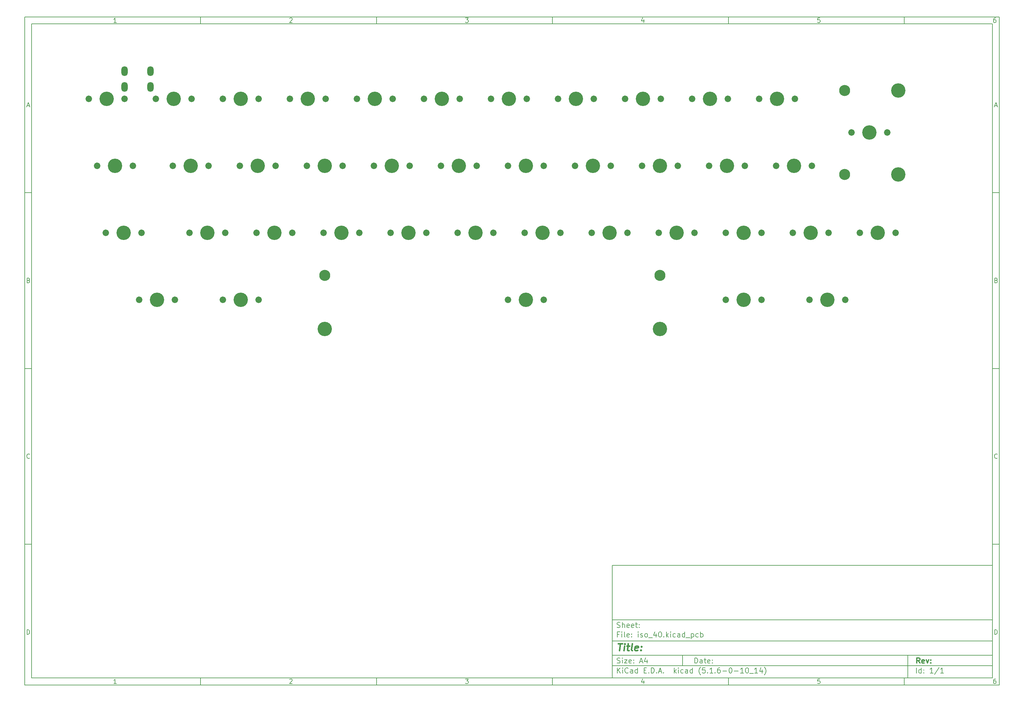
<source format=gts>
%TF.GenerationSoftware,KiCad,Pcbnew,(5.1.6-0-10_14)*%
%TF.CreationDate,2020-07-22T14:13:02+10:00*%
%TF.ProjectId,iso_40,69736f5f-3430-42e6-9b69-6361645f7063,rev?*%
%TF.SameCoordinates,Original*%
%TF.FileFunction,Soldermask,Top*%
%TF.FilePolarity,Negative*%
%FSLAX46Y46*%
G04 Gerber Fmt 4.6, Leading zero omitted, Abs format (unit mm)*
G04 Created by KiCad (PCBNEW (5.1.6-0-10_14)) date 2020-07-22 14:13:02*
%MOMM*%
%LPD*%
G01*
G04 APERTURE LIST*
%ADD10C,0.100000*%
%ADD11C,0.150000*%
%ADD12C,0.300000*%
%ADD13C,0.400000*%
%ADD14C,4.087800*%
%ADD15C,1.850000*%
%ADD16O,1.800000X2.800000*%
%ADD17C,3.148000*%
G04 APERTURE END LIST*
D10*
D11*
X177002200Y-166007200D02*
X177002200Y-198007200D01*
X285002200Y-198007200D01*
X285002200Y-166007200D01*
X177002200Y-166007200D01*
D10*
D11*
X10000000Y-10000000D02*
X10000000Y-200007200D01*
X287002200Y-200007200D01*
X287002200Y-10000000D01*
X10000000Y-10000000D01*
D10*
D11*
X12000000Y-12000000D02*
X12000000Y-198007200D01*
X285002200Y-198007200D01*
X285002200Y-12000000D01*
X12000000Y-12000000D01*
D10*
D11*
X60000000Y-12000000D02*
X60000000Y-10000000D01*
D10*
D11*
X110000000Y-12000000D02*
X110000000Y-10000000D01*
D10*
D11*
X160000000Y-12000000D02*
X160000000Y-10000000D01*
D10*
D11*
X210000000Y-12000000D02*
X210000000Y-10000000D01*
D10*
D11*
X260000000Y-12000000D02*
X260000000Y-10000000D01*
D10*
D11*
X36065476Y-11588095D02*
X35322619Y-11588095D01*
X35694047Y-11588095D02*
X35694047Y-10288095D01*
X35570238Y-10473809D01*
X35446428Y-10597619D01*
X35322619Y-10659523D01*
D10*
D11*
X85322619Y-10411904D02*
X85384523Y-10350000D01*
X85508333Y-10288095D01*
X85817857Y-10288095D01*
X85941666Y-10350000D01*
X86003571Y-10411904D01*
X86065476Y-10535714D01*
X86065476Y-10659523D01*
X86003571Y-10845238D01*
X85260714Y-11588095D01*
X86065476Y-11588095D01*
D10*
D11*
X135260714Y-10288095D02*
X136065476Y-10288095D01*
X135632142Y-10783333D01*
X135817857Y-10783333D01*
X135941666Y-10845238D01*
X136003571Y-10907142D01*
X136065476Y-11030952D01*
X136065476Y-11340476D01*
X136003571Y-11464285D01*
X135941666Y-11526190D01*
X135817857Y-11588095D01*
X135446428Y-11588095D01*
X135322619Y-11526190D01*
X135260714Y-11464285D01*
D10*
D11*
X185941666Y-10721428D02*
X185941666Y-11588095D01*
X185632142Y-10226190D02*
X185322619Y-11154761D01*
X186127380Y-11154761D01*
D10*
D11*
X236003571Y-10288095D02*
X235384523Y-10288095D01*
X235322619Y-10907142D01*
X235384523Y-10845238D01*
X235508333Y-10783333D01*
X235817857Y-10783333D01*
X235941666Y-10845238D01*
X236003571Y-10907142D01*
X236065476Y-11030952D01*
X236065476Y-11340476D01*
X236003571Y-11464285D01*
X235941666Y-11526190D01*
X235817857Y-11588095D01*
X235508333Y-11588095D01*
X235384523Y-11526190D01*
X235322619Y-11464285D01*
D10*
D11*
X285941666Y-10288095D02*
X285694047Y-10288095D01*
X285570238Y-10350000D01*
X285508333Y-10411904D01*
X285384523Y-10597619D01*
X285322619Y-10845238D01*
X285322619Y-11340476D01*
X285384523Y-11464285D01*
X285446428Y-11526190D01*
X285570238Y-11588095D01*
X285817857Y-11588095D01*
X285941666Y-11526190D01*
X286003571Y-11464285D01*
X286065476Y-11340476D01*
X286065476Y-11030952D01*
X286003571Y-10907142D01*
X285941666Y-10845238D01*
X285817857Y-10783333D01*
X285570238Y-10783333D01*
X285446428Y-10845238D01*
X285384523Y-10907142D01*
X285322619Y-11030952D01*
D10*
D11*
X60000000Y-198007200D02*
X60000000Y-200007200D01*
D10*
D11*
X110000000Y-198007200D02*
X110000000Y-200007200D01*
D10*
D11*
X160000000Y-198007200D02*
X160000000Y-200007200D01*
D10*
D11*
X210000000Y-198007200D02*
X210000000Y-200007200D01*
D10*
D11*
X260000000Y-198007200D02*
X260000000Y-200007200D01*
D10*
D11*
X36065476Y-199595295D02*
X35322619Y-199595295D01*
X35694047Y-199595295D02*
X35694047Y-198295295D01*
X35570238Y-198481009D01*
X35446428Y-198604819D01*
X35322619Y-198666723D01*
D10*
D11*
X85322619Y-198419104D02*
X85384523Y-198357200D01*
X85508333Y-198295295D01*
X85817857Y-198295295D01*
X85941666Y-198357200D01*
X86003571Y-198419104D01*
X86065476Y-198542914D01*
X86065476Y-198666723D01*
X86003571Y-198852438D01*
X85260714Y-199595295D01*
X86065476Y-199595295D01*
D10*
D11*
X135260714Y-198295295D02*
X136065476Y-198295295D01*
X135632142Y-198790533D01*
X135817857Y-198790533D01*
X135941666Y-198852438D01*
X136003571Y-198914342D01*
X136065476Y-199038152D01*
X136065476Y-199347676D01*
X136003571Y-199471485D01*
X135941666Y-199533390D01*
X135817857Y-199595295D01*
X135446428Y-199595295D01*
X135322619Y-199533390D01*
X135260714Y-199471485D01*
D10*
D11*
X185941666Y-198728628D02*
X185941666Y-199595295D01*
X185632142Y-198233390D02*
X185322619Y-199161961D01*
X186127380Y-199161961D01*
D10*
D11*
X236003571Y-198295295D02*
X235384523Y-198295295D01*
X235322619Y-198914342D01*
X235384523Y-198852438D01*
X235508333Y-198790533D01*
X235817857Y-198790533D01*
X235941666Y-198852438D01*
X236003571Y-198914342D01*
X236065476Y-199038152D01*
X236065476Y-199347676D01*
X236003571Y-199471485D01*
X235941666Y-199533390D01*
X235817857Y-199595295D01*
X235508333Y-199595295D01*
X235384523Y-199533390D01*
X235322619Y-199471485D01*
D10*
D11*
X285941666Y-198295295D02*
X285694047Y-198295295D01*
X285570238Y-198357200D01*
X285508333Y-198419104D01*
X285384523Y-198604819D01*
X285322619Y-198852438D01*
X285322619Y-199347676D01*
X285384523Y-199471485D01*
X285446428Y-199533390D01*
X285570238Y-199595295D01*
X285817857Y-199595295D01*
X285941666Y-199533390D01*
X286003571Y-199471485D01*
X286065476Y-199347676D01*
X286065476Y-199038152D01*
X286003571Y-198914342D01*
X285941666Y-198852438D01*
X285817857Y-198790533D01*
X285570238Y-198790533D01*
X285446428Y-198852438D01*
X285384523Y-198914342D01*
X285322619Y-199038152D01*
D10*
D11*
X10000000Y-60000000D02*
X12000000Y-60000000D01*
D10*
D11*
X10000000Y-110000000D02*
X12000000Y-110000000D01*
D10*
D11*
X10000000Y-160000000D02*
X12000000Y-160000000D01*
D10*
D11*
X10690476Y-35216666D02*
X11309523Y-35216666D01*
X10566666Y-35588095D02*
X11000000Y-34288095D01*
X11433333Y-35588095D01*
D10*
D11*
X11092857Y-84907142D02*
X11278571Y-84969047D01*
X11340476Y-85030952D01*
X11402380Y-85154761D01*
X11402380Y-85340476D01*
X11340476Y-85464285D01*
X11278571Y-85526190D01*
X11154761Y-85588095D01*
X10659523Y-85588095D01*
X10659523Y-84288095D01*
X11092857Y-84288095D01*
X11216666Y-84350000D01*
X11278571Y-84411904D01*
X11340476Y-84535714D01*
X11340476Y-84659523D01*
X11278571Y-84783333D01*
X11216666Y-84845238D01*
X11092857Y-84907142D01*
X10659523Y-84907142D01*
D10*
D11*
X11402380Y-135464285D02*
X11340476Y-135526190D01*
X11154761Y-135588095D01*
X11030952Y-135588095D01*
X10845238Y-135526190D01*
X10721428Y-135402380D01*
X10659523Y-135278571D01*
X10597619Y-135030952D01*
X10597619Y-134845238D01*
X10659523Y-134597619D01*
X10721428Y-134473809D01*
X10845238Y-134350000D01*
X11030952Y-134288095D01*
X11154761Y-134288095D01*
X11340476Y-134350000D01*
X11402380Y-134411904D01*
D10*
D11*
X10659523Y-185588095D02*
X10659523Y-184288095D01*
X10969047Y-184288095D01*
X11154761Y-184350000D01*
X11278571Y-184473809D01*
X11340476Y-184597619D01*
X11402380Y-184845238D01*
X11402380Y-185030952D01*
X11340476Y-185278571D01*
X11278571Y-185402380D01*
X11154761Y-185526190D01*
X10969047Y-185588095D01*
X10659523Y-185588095D01*
D10*
D11*
X287002200Y-60000000D02*
X285002200Y-60000000D01*
D10*
D11*
X287002200Y-110000000D02*
X285002200Y-110000000D01*
D10*
D11*
X287002200Y-160000000D02*
X285002200Y-160000000D01*
D10*
D11*
X285692676Y-35216666D02*
X286311723Y-35216666D01*
X285568866Y-35588095D02*
X286002200Y-34288095D01*
X286435533Y-35588095D01*
D10*
D11*
X286095057Y-84907142D02*
X286280771Y-84969047D01*
X286342676Y-85030952D01*
X286404580Y-85154761D01*
X286404580Y-85340476D01*
X286342676Y-85464285D01*
X286280771Y-85526190D01*
X286156961Y-85588095D01*
X285661723Y-85588095D01*
X285661723Y-84288095D01*
X286095057Y-84288095D01*
X286218866Y-84350000D01*
X286280771Y-84411904D01*
X286342676Y-84535714D01*
X286342676Y-84659523D01*
X286280771Y-84783333D01*
X286218866Y-84845238D01*
X286095057Y-84907142D01*
X285661723Y-84907142D01*
D10*
D11*
X286404580Y-135464285D02*
X286342676Y-135526190D01*
X286156961Y-135588095D01*
X286033152Y-135588095D01*
X285847438Y-135526190D01*
X285723628Y-135402380D01*
X285661723Y-135278571D01*
X285599819Y-135030952D01*
X285599819Y-134845238D01*
X285661723Y-134597619D01*
X285723628Y-134473809D01*
X285847438Y-134350000D01*
X286033152Y-134288095D01*
X286156961Y-134288095D01*
X286342676Y-134350000D01*
X286404580Y-134411904D01*
D10*
D11*
X285661723Y-185588095D02*
X285661723Y-184288095D01*
X285971247Y-184288095D01*
X286156961Y-184350000D01*
X286280771Y-184473809D01*
X286342676Y-184597619D01*
X286404580Y-184845238D01*
X286404580Y-185030952D01*
X286342676Y-185278571D01*
X286280771Y-185402380D01*
X286156961Y-185526190D01*
X285971247Y-185588095D01*
X285661723Y-185588095D01*
D10*
D11*
X200434342Y-193785771D02*
X200434342Y-192285771D01*
X200791485Y-192285771D01*
X201005771Y-192357200D01*
X201148628Y-192500057D01*
X201220057Y-192642914D01*
X201291485Y-192928628D01*
X201291485Y-193142914D01*
X201220057Y-193428628D01*
X201148628Y-193571485D01*
X201005771Y-193714342D01*
X200791485Y-193785771D01*
X200434342Y-193785771D01*
X202577200Y-193785771D02*
X202577200Y-193000057D01*
X202505771Y-192857200D01*
X202362914Y-192785771D01*
X202077200Y-192785771D01*
X201934342Y-192857200D01*
X202577200Y-193714342D02*
X202434342Y-193785771D01*
X202077200Y-193785771D01*
X201934342Y-193714342D01*
X201862914Y-193571485D01*
X201862914Y-193428628D01*
X201934342Y-193285771D01*
X202077200Y-193214342D01*
X202434342Y-193214342D01*
X202577200Y-193142914D01*
X203077200Y-192785771D02*
X203648628Y-192785771D01*
X203291485Y-192285771D02*
X203291485Y-193571485D01*
X203362914Y-193714342D01*
X203505771Y-193785771D01*
X203648628Y-193785771D01*
X204720057Y-193714342D02*
X204577200Y-193785771D01*
X204291485Y-193785771D01*
X204148628Y-193714342D01*
X204077200Y-193571485D01*
X204077200Y-193000057D01*
X204148628Y-192857200D01*
X204291485Y-192785771D01*
X204577200Y-192785771D01*
X204720057Y-192857200D01*
X204791485Y-193000057D01*
X204791485Y-193142914D01*
X204077200Y-193285771D01*
X205434342Y-193642914D02*
X205505771Y-193714342D01*
X205434342Y-193785771D01*
X205362914Y-193714342D01*
X205434342Y-193642914D01*
X205434342Y-193785771D01*
X205434342Y-192857200D02*
X205505771Y-192928628D01*
X205434342Y-193000057D01*
X205362914Y-192928628D01*
X205434342Y-192857200D01*
X205434342Y-193000057D01*
D10*
D11*
X177002200Y-194507200D02*
X285002200Y-194507200D01*
D10*
D11*
X178434342Y-196585771D02*
X178434342Y-195085771D01*
X179291485Y-196585771D02*
X178648628Y-195728628D01*
X179291485Y-195085771D02*
X178434342Y-195942914D01*
X179934342Y-196585771D02*
X179934342Y-195585771D01*
X179934342Y-195085771D02*
X179862914Y-195157200D01*
X179934342Y-195228628D01*
X180005771Y-195157200D01*
X179934342Y-195085771D01*
X179934342Y-195228628D01*
X181505771Y-196442914D02*
X181434342Y-196514342D01*
X181220057Y-196585771D01*
X181077200Y-196585771D01*
X180862914Y-196514342D01*
X180720057Y-196371485D01*
X180648628Y-196228628D01*
X180577200Y-195942914D01*
X180577200Y-195728628D01*
X180648628Y-195442914D01*
X180720057Y-195300057D01*
X180862914Y-195157200D01*
X181077200Y-195085771D01*
X181220057Y-195085771D01*
X181434342Y-195157200D01*
X181505771Y-195228628D01*
X182791485Y-196585771D02*
X182791485Y-195800057D01*
X182720057Y-195657200D01*
X182577200Y-195585771D01*
X182291485Y-195585771D01*
X182148628Y-195657200D01*
X182791485Y-196514342D02*
X182648628Y-196585771D01*
X182291485Y-196585771D01*
X182148628Y-196514342D01*
X182077200Y-196371485D01*
X182077200Y-196228628D01*
X182148628Y-196085771D01*
X182291485Y-196014342D01*
X182648628Y-196014342D01*
X182791485Y-195942914D01*
X184148628Y-196585771D02*
X184148628Y-195085771D01*
X184148628Y-196514342D02*
X184005771Y-196585771D01*
X183720057Y-196585771D01*
X183577200Y-196514342D01*
X183505771Y-196442914D01*
X183434342Y-196300057D01*
X183434342Y-195871485D01*
X183505771Y-195728628D01*
X183577200Y-195657200D01*
X183720057Y-195585771D01*
X184005771Y-195585771D01*
X184148628Y-195657200D01*
X186005771Y-195800057D02*
X186505771Y-195800057D01*
X186720057Y-196585771D02*
X186005771Y-196585771D01*
X186005771Y-195085771D01*
X186720057Y-195085771D01*
X187362914Y-196442914D02*
X187434342Y-196514342D01*
X187362914Y-196585771D01*
X187291485Y-196514342D01*
X187362914Y-196442914D01*
X187362914Y-196585771D01*
X188077200Y-196585771D02*
X188077200Y-195085771D01*
X188434342Y-195085771D01*
X188648628Y-195157200D01*
X188791485Y-195300057D01*
X188862914Y-195442914D01*
X188934342Y-195728628D01*
X188934342Y-195942914D01*
X188862914Y-196228628D01*
X188791485Y-196371485D01*
X188648628Y-196514342D01*
X188434342Y-196585771D01*
X188077200Y-196585771D01*
X189577200Y-196442914D02*
X189648628Y-196514342D01*
X189577200Y-196585771D01*
X189505771Y-196514342D01*
X189577200Y-196442914D01*
X189577200Y-196585771D01*
X190220057Y-196157200D02*
X190934342Y-196157200D01*
X190077200Y-196585771D02*
X190577200Y-195085771D01*
X191077200Y-196585771D01*
X191577200Y-196442914D02*
X191648628Y-196514342D01*
X191577200Y-196585771D01*
X191505771Y-196514342D01*
X191577200Y-196442914D01*
X191577200Y-196585771D01*
X194577200Y-196585771D02*
X194577200Y-195085771D01*
X194720057Y-196014342D02*
X195148628Y-196585771D01*
X195148628Y-195585771D02*
X194577200Y-196157200D01*
X195791485Y-196585771D02*
X195791485Y-195585771D01*
X195791485Y-195085771D02*
X195720057Y-195157200D01*
X195791485Y-195228628D01*
X195862914Y-195157200D01*
X195791485Y-195085771D01*
X195791485Y-195228628D01*
X197148628Y-196514342D02*
X197005771Y-196585771D01*
X196720057Y-196585771D01*
X196577200Y-196514342D01*
X196505771Y-196442914D01*
X196434342Y-196300057D01*
X196434342Y-195871485D01*
X196505771Y-195728628D01*
X196577200Y-195657200D01*
X196720057Y-195585771D01*
X197005771Y-195585771D01*
X197148628Y-195657200D01*
X198434342Y-196585771D02*
X198434342Y-195800057D01*
X198362914Y-195657200D01*
X198220057Y-195585771D01*
X197934342Y-195585771D01*
X197791485Y-195657200D01*
X198434342Y-196514342D02*
X198291485Y-196585771D01*
X197934342Y-196585771D01*
X197791485Y-196514342D01*
X197720057Y-196371485D01*
X197720057Y-196228628D01*
X197791485Y-196085771D01*
X197934342Y-196014342D01*
X198291485Y-196014342D01*
X198434342Y-195942914D01*
X199791485Y-196585771D02*
X199791485Y-195085771D01*
X199791485Y-196514342D02*
X199648628Y-196585771D01*
X199362914Y-196585771D01*
X199220057Y-196514342D01*
X199148628Y-196442914D01*
X199077200Y-196300057D01*
X199077200Y-195871485D01*
X199148628Y-195728628D01*
X199220057Y-195657200D01*
X199362914Y-195585771D01*
X199648628Y-195585771D01*
X199791485Y-195657200D01*
X202077200Y-197157200D02*
X202005771Y-197085771D01*
X201862914Y-196871485D01*
X201791485Y-196728628D01*
X201720057Y-196514342D01*
X201648628Y-196157200D01*
X201648628Y-195871485D01*
X201720057Y-195514342D01*
X201791485Y-195300057D01*
X201862914Y-195157200D01*
X202005771Y-194942914D01*
X202077200Y-194871485D01*
X203362914Y-195085771D02*
X202648628Y-195085771D01*
X202577200Y-195800057D01*
X202648628Y-195728628D01*
X202791485Y-195657200D01*
X203148628Y-195657200D01*
X203291485Y-195728628D01*
X203362914Y-195800057D01*
X203434342Y-195942914D01*
X203434342Y-196300057D01*
X203362914Y-196442914D01*
X203291485Y-196514342D01*
X203148628Y-196585771D01*
X202791485Y-196585771D01*
X202648628Y-196514342D01*
X202577200Y-196442914D01*
X204077200Y-196442914D02*
X204148628Y-196514342D01*
X204077200Y-196585771D01*
X204005771Y-196514342D01*
X204077200Y-196442914D01*
X204077200Y-196585771D01*
X205577200Y-196585771D02*
X204720057Y-196585771D01*
X205148628Y-196585771D02*
X205148628Y-195085771D01*
X205005771Y-195300057D01*
X204862914Y-195442914D01*
X204720057Y-195514342D01*
X206220057Y-196442914D02*
X206291485Y-196514342D01*
X206220057Y-196585771D01*
X206148628Y-196514342D01*
X206220057Y-196442914D01*
X206220057Y-196585771D01*
X207577200Y-195085771D02*
X207291485Y-195085771D01*
X207148628Y-195157200D01*
X207077200Y-195228628D01*
X206934342Y-195442914D01*
X206862914Y-195728628D01*
X206862914Y-196300057D01*
X206934342Y-196442914D01*
X207005771Y-196514342D01*
X207148628Y-196585771D01*
X207434342Y-196585771D01*
X207577200Y-196514342D01*
X207648628Y-196442914D01*
X207720057Y-196300057D01*
X207720057Y-195942914D01*
X207648628Y-195800057D01*
X207577200Y-195728628D01*
X207434342Y-195657200D01*
X207148628Y-195657200D01*
X207005771Y-195728628D01*
X206934342Y-195800057D01*
X206862914Y-195942914D01*
X208362914Y-196014342D02*
X209505771Y-196014342D01*
X210505771Y-195085771D02*
X210648628Y-195085771D01*
X210791485Y-195157200D01*
X210862914Y-195228628D01*
X210934342Y-195371485D01*
X211005771Y-195657200D01*
X211005771Y-196014342D01*
X210934342Y-196300057D01*
X210862914Y-196442914D01*
X210791485Y-196514342D01*
X210648628Y-196585771D01*
X210505771Y-196585771D01*
X210362914Y-196514342D01*
X210291485Y-196442914D01*
X210220057Y-196300057D01*
X210148628Y-196014342D01*
X210148628Y-195657200D01*
X210220057Y-195371485D01*
X210291485Y-195228628D01*
X210362914Y-195157200D01*
X210505771Y-195085771D01*
X211648628Y-196014342D02*
X212791485Y-196014342D01*
X214291485Y-196585771D02*
X213434342Y-196585771D01*
X213862914Y-196585771D02*
X213862914Y-195085771D01*
X213720057Y-195300057D01*
X213577200Y-195442914D01*
X213434342Y-195514342D01*
X215220057Y-195085771D02*
X215362914Y-195085771D01*
X215505771Y-195157200D01*
X215577200Y-195228628D01*
X215648628Y-195371485D01*
X215720057Y-195657200D01*
X215720057Y-196014342D01*
X215648628Y-196300057D01*
X215577200Y-196442914D01*
X215505771Y-196514342D01*
X215362914Y-196585771D01*
X215220057Y-196585771D01*
X215077200Y-196514342D01*
X215005771Y-196442914D01*
X214934342Y-196300057D01*
X214862914Y-196014342D01*
X214862914Y-195657200D01*
X214934342Y-195371485D01*
X215005771Y-195228628D01*
X215077200Y-195157200D01*
X215220057Y-195085771D01*
X216005771Y-196728628D02*
X217148628Y-196728628D01*
X218291485Y-196585771D02*
X217434342Y-196585771D01*
X217862914Y-196585771D02*
X217862914Y-195085771D01*
X217720057Y-195300057D01*
X217577200Y-195442914D01*
X217434342Y-195514342D01*
X219577200Y-195585771D02*
X219577200Y-196585771D01*
X219220057Y-195014342D02*
X218862914Y-196085771D01*
X219791485Y-196085771D01*
X220220057Y-197157200D02*
X220291485Y-197085771D01*
X220434342Y-196871485D01*
X220505771Y-196728628D01*
X220577200Y-196514342D01*
X220648628Y-196157200D01*
X220648628Y-195871485D01*
X220577200Y-195514342D01*
X220505771Y-195300057D01*
X220434342Y-195157200D01*
X220291485Y-194942914D01*
X220220057Y-194871485D01*
D10*
D11*
X177002200Y-191507200D02*
X285002200Y-191507200D01*
D10*
D12*
X264411485Y-193785771D02*
X263911485Y-193071485D01*
X263554342Y-193785771D02*
X263554342Y-192285771D01*
X264125771Y-192285771D01*
X264268628Y-192357200D01*
X264340057Y-192428628D01*
X264411485Y-192571485D01*
X264411485Y-192785771D01*
X264340057Y-192928628D01*
X264268628Y-193000057D01*
X264125771Y-193071485D01*
X263554342Y-193071485D01*
X265625771Y-193714342D02*
X265482914Y-193785771D01*
X265197200Y-193785771D01*
X265054342Y-193714342D01*
X264982914Y-193571485D01*
X264982914Y-193000057D01*
X265054342Y-192857200D01*
X265197200Y-192785771D01*
X265482914Y-192785771D01*
X265625771Y-192857200D01*
X265697200Y-193000057D01*
X265697200Y-193142914D01*
X264982914Y-193285771D01*
X266197200Y-192785771D02*
X266554342Y-193785771D01*
X266911485Y-192785771D01*
X267482914Y-193642914D02*
X267554342Y-193714342D01*
X267482914Y-193785771D01*
X267411485Y-193714342D01*
X267482914Y-193642914D01*
X267482914Y-193785771D01*
X267482914Y-192857200D02*
X267554342Y-192928628D01*
X267482914Y-193000057D01*
X267411485Y-192928628D01*
X267482914Y-192857200D01*
X267482914Y-193000057D01*
D10*
D11*
X178362914Y-193714342D02*
X178577200Y-193785771D01*
X178934342Y-193785771D01*
X179077200Y-193714342D01*
X179148628Y-193642914D01*
X179220057Y-193500057D01*
X179220057Y-193357200D01*
X179148628Y-193214342D01*
X179077200Y-193142914D01*
X178934342Y-193071485D01*
X178648628Y-193000057D01*
X178505771Y-192928628D01*
X178434342Y-192857200D01*
X178362914Y-192714342D01*
X178362914Y-192571485D01*
X178434342Y-192428628D01*
X178505771Y-192357200D01*
X178648628Y-192285771D01*
X179005771Y-192285771D01*
X179220057Y-192357200D01*
X179862914Y-193785771D02*
X179862914Y-192785771D01*
X179862914Y-192285771D02*
X179791485Y-192357200D01*
X179862914Y-192428628D01*
X179934342Y-192357200D01*
X179862914Y-192285771D01*
X179862914Y-192428628D01*
X180434342Y-192785771D02*
X181220057Y-192785771D01*
X180434342Y-193785771D01*
X181220057Y-193785771D01*
X182362914Y-193714342D02*
X182220057Y-193785771D01*
X181934342Y-193785771D01*
X181791485Y-193714342D01*
X181720057Y-193571485D01*
X181720057Y-193000057D01*
X181791485Y-192857200D01*
X181934342Y-192785771D01*
X182220057Y-192785771D01*
X182362914Y-192857200D01*
X182434342Y-193000057D01*
X182434342Y-193142914D01*
X181720057Y-193285771D01*
X183077200Y-193642914D02*
X183148628Y-193714342D01*
X183077200Y-193785771D01*
X183005771Y-193714342D01*
X183077200Y-193642914D01*
X183077200Y-193785771D01*
X183077200Y-192857200D02*
X183148628Y-192928628D01*
X183077200Y-193000057D01*
X183005771Y-192928628D01*
X183077200Y-192857200D01*
X183077200Y-193000057D01*
X184862914Y-193357200D02*
X185577200Y-193357200D01*
X184720057Y-193785771D02*
X185220057Y-192285771D01*
X185720057Y-193785771D01*
X186862914Y-192785771D02*
X186862914Y-193785771D01*
X186505771Y-192214342D02*
X186148628Y-193285771D01*
X187077200Y-193285771D01*
D10*
D11*
X263434342Y-196585771D02*
X263434342Y-195085771D01*
X264791485Y-196585771D02*
X264791485Y-195085771D01*
X264791485Y-196514342D02*
X264648628Y-196585771D01*
X264362914Y-196585771D01*
X264220057Y-196514342D01*
X264148628Y-196442914D01*
X264077200Y-196300057D01*
X264077200Y-195871485D01*
X264148628Y-195728628D01*
X264220057Y-195657200D01*
X264362914Y-195585771D01*
X264648628Y-195585771D01*
X264791485Y-195657200D01*
X265505771Y-196442914D02*
X265577200Y-196514342D01*
X265505771Y-196585771D01*
X265434342Y-196514342D01*
X265505771Y-196442914D01*
X265505771Y-196585771D01*
X265505771Y-195657200D02*
X265577200Y-195728628D01*
X265505771Y-195800057D01*
X265434342Y-195728628D01*
X265505771Y-195657200D01*
X265505771Y-195800057D01*
X268148628Y-196585771D02*
X267291485Y-196585771D01*
X267720057Y-196585771D02*
X267720057Y-195085771D01*
X267577200Y-195300057D01*
X267434342Y-195442914D01*
X267291485Y-195514342D01*
X269862914Y-195014342D02*
X268577200Y-196942914D01*
X271148628Y-196585771D02*
X270291485Y-196585771D01*
X270720057Y-196585771D02*
X270720057Y-195085771D01*
X270577200Y-195300057D01*
X270434342Y-195442914D01*
X270291485Y-195514342D01*
D10*
D11*
X177002200Y-187507200D02*
X285002200Y-187507200D01*
D10*
D13*
X178714580Y-188211961D02*
X179857438Y-188211961D01*
X179036009Y-190211961D02*
X179286009Y-188211961D01*
X180274104Y-190211961D02*
X180440771Y-188878628D01*
X180524104Y-188211961D02*
X180416961Y-188307200D01*
X180500295Y-188402438D01*
X180607438Y-188307200D01*
X180524104Y-188211961D01*
X180500295Y-188402438D01*
X181107438Y-188878628D02*
X181869342Y-188878628D01*
X181476485Y-188211961D02*
X181262200Y-189926247D01*
X181333628Y-190116723D01*
X181512200Y-190211961D01*
X181702676Y-190211961D01*
X182655057Y-190211961D02*
X182476485Y-190116723D01*
X182405057Y-189926247D01*
X182619342Y-188211961D01*
X184190771Y-190116723D02*
X183988390Y-190211961D01*
X183607438Y-190211961D01*
X183428866Y-190116723D01*
X183357438Y-189926247D01*
X183452676Y-189164342D01*
X183571723Y-188973866D01*
X183774104Y-188878628D01*
X184155057Y-188878628D01*
X184333628Y-188973866D01*
X184405057Y-189164342D01*
X184381247Y-189354819D01*
X183405057Y-189545295D01*
X185155057Y-190021485D02*
X185238390Y-190116723D01*
X185131247Y-190211961D01*
X185047914Y-190116723D01*
X185155057Y-190021485D01*
X185131247Y-190211961D01*
X185286009Y-188973866D02*
X185369342Y-189069104D01*
X185262200Y-189164342D01*
X185178866Y-189069104D01*
X185286009Y-188973866D01*
X185262200Y-189164342D01*
D10*
D11*
X178934342Y-185600057D02*
X178434342Y-185600057D01*
X178434342Y-186385771D02*
X178434342Y-184885771D01*
X179148628Y-184885771D01*
X179720057Y-186385771D02*
X179720057Y-185385771D01*
X179720057Y-184885771D02*
X179648628Y-184957200D01*
X179720057Y-185028628D01*
X179791485Y-184957200D01*
X179720057Y-184885771D01*
X179720057Y-185028628D01*
X180648628Y-186385771D02*
X180505771Y-186314342D01*
X180434342Y-186171485D01*
X180434342Y-184885771D01*
X181791485Y-186314342D02*
X181648628Y-186385771D01*
X181362914Y-186385771D01*
X181220057Y-186314342D01*
X181148628Y-186171485D01*
X181148628Y-185600057D01*
X181220057Y-185457200D01*
X181362914Y-185385771D01*
X181648628Y-185385771D01*
X181791485Y-185457200D01*
X181862914Y-185600057D01*
X181862914Y-185742914D01*
X181148628Y-185885771D01*
X182505771Y-186242914D02*
X182577200Y-186314342D01*
X182505771Y-186385771D01*
X182434342Y-186314342D01*
X182505771Y-186242914D01*
X182505771Y-186385771D01*
X182505771Y-185457200D02*
X182577200Y-185528628D01*
X182505771Y-185600057D01*
X182434342Y-185528628D01*
X182505771Y-185457200D01*
X182505771Y-185600057D01*
X184362914Y-186385771D02*
X184362914Y-185385771D01*
X184362914Y-184885771D02*
X184291485Y-184957200D01*
X184362914Y-185028628D01*
X184434342Y-184957200D01*
X184362914Y-184885771D01*
X184362914Y-185028628D01*
X185005771Y-186314342D02*
X185148628Y-186385771D01*
X185434342Y-186385771D01*
X185577200Y-186314342D01*
X185648628Y-186171485D01*
X185648628Y-186100057D01*
X185577200Y-185957200D01*
X185434342Y-185885771D01*
X185220057Y-185885771D01*
X185077200Y-185814342D01*
X185005771Y-185671485D01*
X185005771Y-185600057D01*
X185077200Y-185457200D01*
X185220057Y-185385771D01*
X185434342Y-185385771D01*
X185577200Y-185457200D01*
X186505771Y-186385771D02*
X186362914Y-186314342D01*
X186291485Y-186242914D01*
X186220057Y-186100057D01*
X186220057Y-185671485D01*
X186291485Y-185528628D01*
X186362914Y-185457200D01*
X186505771Y-185385771D01*
X186720057Y-185385771D01*
X186862914Y-185457200D01*
X186934342Y-185528628D01*
X187005771Y-185671485D01*
X187005771Y-186100057D01*
X186934342Y-186242914D01*
X186862914Y-186314342D01*
X186720057Y-186385771D01*
X186505771Y-186385771D01*
X187291485Y-186528628D02*
X188434342Y-186528628D01*
X189434342Y-185385771D02*
X189434342Y-186385771D01*
X189077200Y-184814342D02*
X188720057Y-185885771D01*
X189648628Y-185885771D01*
X190505771Y-184885771D02*
X190648628Y-184885771D01*
X190791485Y-184957200D01*
X190862914Y-185028628D01*
X190934342Y-185171485D01*
X191005771Y-185457200D01*
X191005771Y-185814342D01*
X190934342Y-186100057D01*
X190862914Y-186242914D01*
X190791485Y-186314342D01*
X190648628Y-186385771D01*
X190505771Y-186385771D01*
X190362914Y-186314342D01*
X190291485Y-186242914D01*
X190220057Y-186100057D01*
X190148628Y-185814342D01*
X190148628Y-185457200D01*
X190220057Y-185171485D01*
X190291485Y-185028628D01*
X190362914Y-184957200D01*
X190505771Y-184885771D01*
X191648628Y-186242914D02*
X191720057Y-186314342D01*
X191648628Y-186385771D01*
X191577200Y-186314342D01*
X191648628Y-186242914D01*
X191648628Y-186385771D01*
X192362914Y-186385771D02*
X192362914Y-184885771D01*
X192505771Y-185814342D02*
X192934342Y-186385771D01*
X192934342Y-185385771D02*
X192362914Y-185957200D01*
X193577200Y-186385771D02*
X193577200Y-185385771D01*
X193577200Y-184885771D02*
X193505771Y-184957200D01*
X193577200Y-185028628D01*
X193648628Y-184957200D01*
X193577200Y-184885771D01*
X193577200Y-185028628D01*
X194934342Y-186314342D02*
X194791485Y-186385771D01*
X194505771Y-186385771D01*
X194362914Y-186314342D01*
X194291485Y-186242914D01*
X194220057Y-186100057D01*
X194220057Y-185671485D01*
X194291485Y-185528628D01*
X194362914Y-185457200D01*
X194505771Y-185385771D01*
X194791485Y-185385771D01*
X194934342Y-185457200D01*
X196220057Y-186385771D02*
X196220057Y-185600057D01*
X196148628Y-185457200D01*
X196005771Y-185385771D01*
X195720057Y-185385771D01*
X195577200Y-185457200D01*
X196220057Y-186314342D02*
X196077200Y-186385771D01*
X195720057Y-186385771D01*
X195577200Y-186314342D01*
X195505771Y-186171485D01*
X195505771Y-186028628D01*
X195577200Y-185885771D01*
X195720057Y-185814342D01*
X196077200Y-185814342D01*
X196220057Y-185742914D01*
X197577200Y-186385771D02*
X197577200Y-184885771D01*
X197577200Y-186314342D02*
X197434342Y-186385771D01*
X197148628Y-186385771D01*
X197005771Y-186314342D01*
X196934342Y-186242914D01*
X196862914Y-186100057D01*
X196862914Y-185671485D01*
X196934342Y-185528628D01*
X197005771Y-185457200D01*
X197148628Y-185385771D01*
X197434342Y-185385771D01*
X197577200Y-185457200D01*
X197934342Y-186528628D02*
X199077200Y-186528628D01*
X199434342Y-185385771D02*
X199434342Y-186885771D01*
X199434342Y-185457200D02*
X199577200Y-185385771D01*
X199862914Y-185385771D01*
X200005771Y-185457200D01*
X200077200Y-185528628D01*
X200148628Y-185671485D01*
X200148628Y-186100057D01*
X200077200Y-186242914D01*
X200005771Y-186314342D01*
X199862914Y-186385771D01*
X199577200Y-186385771D01*
X199434342Y-186314342D01*
X201434342Y-186314342D02*
X201291485Y-186385771D01*
X201005771Y-186385771D01*
X200862914Y-186314342D01*
X200791485Y-186242914D01*
X200720057Y-186100057D01*
X200720057Y-185671485D01*
X200791485Y-185528628D01*
X200862914Y-185457200D01*
X201005771Y-185385771D01*
X201291485Y-185385771D01*
X201434342Y-185457200D01*
X202077200Y-186385771D02*
X202077200Y-184885771D01*
X202077200Y-185457200D02*
X202220057Y-185385771D01*
X202505771Y-185385771D01*
X202648628Y-185457200D01*
X202720057Y-185528628D01*
X202791485Y-185671485D01*
X202791485Y-186100057D01*
X202720057Y-186242914D01*
X202648628Y-186314342D01*
X202505771Y-186385771D01*
X202220057Y-186385771D01*
X202077200Y-186314342D01*
D10*
D11*
X177002200Y-181507200D02*
X285002200Y-181507200D01*
D10*
D11*
X178362914Y-183614342D02*
X178577200Y-183685771D01*
X178934342Y-183685771D01*
X179077200Y-183614342D01*
X179148628Y-183542914D01*
X179220057Y-183400057D01*
X179220057Y-183257200D01*
X179148628Y-183114342D01*
X179077200Y-183042914D01*
X178934342Y-182971485D01*
X178648628Y-182900057D01*
X178505771Y-182828628D01*
X178434342Y-182757200D01*
X178362914Y-182614342D01*
X178362914Y-182471485D01*
X178434342Y-182328628D01*
X178505771Y-182257200D01*
X178648628Y-182185771D01*
X179005771Y-182185771D01*
X179220057Y-182257200D01*
X179862914Y-183685771D02*
X179862914Y-182185771D01*
X180505771Y-183685771D02*
X180505771Y-182900057D01*
X180434342Y-182757200D01*
X180291485Y-182685771D01*
X180077200Y-182685771D01*
X179934342Y-182757200D01*
X179862914Y-182828628D01*
X181791485Y-183614342D02*
X181648628Y-183685771D01*
X181362914Y-183685771D01*
X181220057Y-183614342D01*
X181148628Y-183471485D01*
X181148628Y-182900057D01*
X181220057Y-182757200D01*
X181362914Y-182685771D01*
X181648628Y-182685771D01*
X181791485Y-182757200D01*
X181862914Y-182900057D01*
X181862914Y-183042914D01*
X181148628Y-183185771D01*
X183077200Y-183614342D02*
X182934342Y-183685771D01*
X182648628Y-183685771D01*
X182505771Y-183614342D01*
X182434342Y-183471485D01*
X182434342Y-182900057D01*
X182505771Y-182757200D01*
X182648628Y-182685771D01*
X182934342Y-182685771D01*
X183077200Y-182757200D01*
X183148628Y-182900057D01*
X183148628Y-183042914D01*
X182434342Y-183185771D01*
X183577200Y-182685771D02*
X184148628Y-182685771D01*
X183791485Y-182185771D02*
X183791485Y-183471485D01*
X183862914Y-183614342D01*
X184005771Y-183685771D01*
X184148628Y-183685771D01*
X184648628Y-183542914D02*
X184720057Y-183614342D01*
X184648628Y-183685771D01*
X184577200Y-183614342D01*
X184648628Y-183542914D01*
X184648628Y-183685771D01*
X184648628Y-182757200D02*
X184720057Y-182828628D01*
X184648628Y-182900057D01*
X184577200Y-182828628D01*
X184648628Y-182757200D01*
X184648628Y-182900057D01*
D10*
D11*
X197002200Y-191507200D02*
X197002200Y-194507200D01*
D10*
D11*
X261002200Y-191507200D02*
X261002200Y-198007200D01*
D14*
%TO.C,MX2*%
X52387500Y-33337500D03*
D15*
X47307500Y-33337500D03*
X57467500Y-33337500D03*
%TD*%
D14*
%TO.C,MX24*%
X38100000Y-71437500D03*
D15*
X33020000Y-71437500D03*
X43180000Y-71437500D03*
%TD*%
D14*
%TO.C,MX23*%
X228600000Y-52387500D03*
D15*
X223520000Y-52387500D03*
X233680000Y-52387500D03*
%TD*%
D16*
%TO.C,USB1*%
X38418750Y-25400000D03*
X45718750Y-25400000D03*
X45718750Y-29900000D03*
X38418750Y-29900000D03*
%TD*%
D14*
%TO.C,MX40*%
X238125000Y-90487500D03*
D15*
X233045000Y-90487500D03*
X243205000Y-90487500D03*
%TD*%
D14*
%TO.C,MX39*%
X214312500Y-90487500D03*
D15*
X209232500Y-90487500D03*
X219392500Y-90487500D03*
%TD*%
D14*
%TO.C,MX38*%
X152400000Y-90487500D03*
D15*
X147320000Y-90487500D03*
X157480000Y-90487500D03*
D17*
X95250000Y-83502500D03*
X190500000Y-83502500D03*
D14*
X95250000Y-98742500D03*
X190500000Y-98742500D03*
%TD*%
%TO.C,MX37*%
X71437500Y-90487500D03*
D15*
X66357500Y-90487500D03*
X76517500Y-90487500D03*
%TD*%
D14*
%TO.C,MX36*%
X47625000Y-90487500D03*
D15*
X42545000Y-90487500D03*
X52705000Y-90487500D03*
%TD*%
D14*
%TO.C,MX35*%
X252412500Y-71437500D03*
D15*
X247332500Y-71437500D03*
X257492500Y-71437500D03*
%TD*%
D14*
%TO.C,MX34*%
X233362500Y-71437500D03*
D15*
X228282500Y-71437500D03*
X238442500Y-71437500D03*
%TD*%
D14*
%TO.C,MX33*%
X214312500Y-71437500D03*
D15*
X209232500Y-71437500D03*
X219392500Y-71437500D03*
%TD*%
D14*
%TO.C,MX32*%
X195262500Y-71437500D03*
D15*
X190182500Y-71437500D03*
X200342500Y-71437500D03*
%TD*%
D14*
%TO.C,MX31*%
X176212500Y-71437500D03*
D15*
X171132500Y-71437500D03*
X181292500Y-71437500D03*
%TD*%
D14*
%TO.C,MX30*%
X157162500Y-71437500D03*
D15*
X152082500Y-71437500D03*
X162242500Y-71437500D03*
%TD*%
D14*
%TO.C,MX29*%
X138112500Y-71437500D03*
D15*
X133032500Y-71437500D03*
X143192500Y-71437500D03*
%TD*%
D14*
%TO.C,MX28*%
X119062500Y-71437500D03*
D15*
X113982500Y-71437500D03*
X124142500Y-71437500D03*
%TD*%
D14*
%TO.C,MX27*%
X100012500Y-71437500D03*
D15*
X94932500Y-71437500D03*
X105092500Y-71437500D03*
%TD*%
D14*
%TO.C,MX26*%
X80962500Y-71437500D03*
D15*
X75882500Y-71437500D03*
X86042500Y-71437500D03*
%TD*%
D14*
%TO.C,MX25*%
X61912500Y-71437500D03*
D15*
X56832500Y-71437500D03*
X66992500Y-71437500D03*
%TD*%
D14*
%TO.C,MX22*%
X209550000Y-52387500D03*
D15*
X204470000Y-52387500D03*
X214630000Y-52387500D03*
%TD*%
D14*
%TO.C,MX21*%
X190500000Y-52387500D03*
D15*
X185420000Y-52387500D03*
X195580000Y-52387500D03*
%TD*%
D14*
%TO.C,MX20*%
X171450000Y-52387500D03*
D15*
X166370000Y-52387500D03*
X176530000Y-52387500D03*
%TD*%
D14*
%TO.C,MX19*%
X152400000Y-52387500D03*
D15*
X147320000Y-52387500D03*
X157480000Y-52387500D03*
%TD*%
D14*
%TO.C,MX18*%
X133350000Y-52387500D03*
D15*
X128270000Y-52387500D03*
X138430000Y-52387500D03*
%TD*%
D14*
%TO.C,MX17*%
X114300000Y-52387500D03*
D15*
X109220000Y-52387500D03*
X119380000Y-52387500D03*
%TD*%
D14*
%TO.C,MX16*%
X95250000Y-52387500D03*
D15*
X90170000Y-52387500D03*
X100330000Y-52387500D03*
%TD*%
D14*
%TO.C,MX15*%
X76200000Y-52387500D03*
D15*
X71120000Y-52387500D03*
X81280000Y-52387500D03*
%TD*%
D14*
%TO.C,MX14*%
X57150000Y-52387500D03*
D15*
X52070000Y-52387500D03*
X62230000Y-52387500D03*
%TD*%
D14*
%TO.C,MX13*%
X35718750Y-52387500D03*
D15*
X30638750Y-52387500D03*
X40798750Y-52387500D03*
%TD*%
D14*
%TO.C,MX12*%
X258286250Y-30924500D03*
X258286250Y-54800500D03*
D17*
X243046250Y-30924500D03*
X243046250Y-54800500D03*
D15*
X255111250Y-42862500D03*
X244951250Y-42862500D03*
D14*
X250031250Y-42862500D03*
%TD*%
%TO.C,MX11*%
X223837500Y-33337500D03*
D15*
X218757500Y-33337500D03*
X228917500Y-33337500D03*
%TD*%
D14*
%TO.C,MX10*%
X204787500Y-33337500D03*
D15*
X199707500Y-33337500D03*
X209867500Y-33337500D03*
%TD*%
D14*
%TO.C,MX9*%
X185737500Y-33337500D03*
D15*
X180657500Y-33337500D03*
X190817500Y-33337500D03*
%TD*%
D14*
%TO.C,MX8*%
X166687500Y-33337500D03*
D15*
X161607500Y-33337500D03*
X171767500Y-33337500D03*
%TD*%
D14*
%TO.C,MX7*%
X147637500Y-33337500D03*
D15*
X142557500Y-33337500D03*
X152717500Y-33337500D03*
%TD*%
D14*
%TO.C,MX6*%
X128587500Y-33337500D03*
D15*
X123507500Y-33337500D03*
X133667500Y-33337500D03*
%TD*%
D14*
%TO.C,MX5*%
X109537500Y-33337500D03*
D15*
X104457500Y-33337500D03*
X114617500Y-33337500D03*
%TD*%
D14*
%TO.C,MX4*%
X90487500Y-33337500D03*
D15*
X85407500Y-33337500D03*
X95567500Y-33337500D03*
%TD*%
D14*
%TO.C,MX3*%
X71437500Y-33337500D03*
D15*
X66357500Y-33337500D03*
X76517500Y-33337500D03*
%TD*%
D14*
%TO.C,MX1*%
X33337500Y-33337500D03*
D15*
X28257500Y-33337500D03*
X38417500Y-33337500D03*
%TD*%
M02*

</source>
